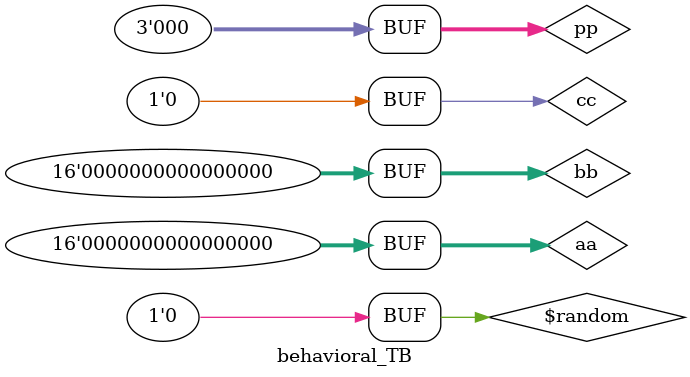
<source format=sv>
`timescale 1ns/1ns
module behavioral_TB();
    logic [15:0]aa = 16'b0;
    logic [15:0]bb = 16'b0;
    logic cc = 0;
    logic [2:0]pp = 3'b0;
    wire [15:0]ww;
    wire n,z;
    behavioral_ALU CUT (.A(aa),.B(bb),.c(cc),.opc(pp),.W(ww),.neg(n),.zer(z));
    initial begin
        #200;
        aa = $random;
        repeat(8) #200 pp = pp + 1;
        #200;
    end
endmodule
</source>
